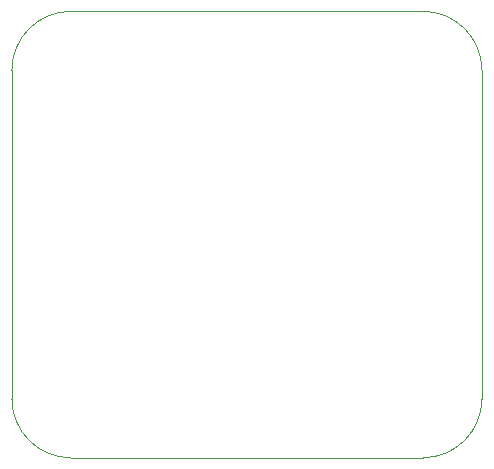
<source format=gm1>
G04*
G04 #@! TF.GenerationSoftware,Altium Limited,Altium Designer,22.7.1 (60)*
G04*
G04 Layer_Color=16711935*
%FSLAX44Y44*%
%MOMM*%
G71*
G04*
G04 #@! TF.SameCoordinates,399D53DA-D0CF-47AF-BF50-1C372DBEC2BB*
G04*
G04*
G04 #@! TF.FilePolarity,Positive*
G04*
G01*
G75*
%ADD87C,0.0127*%
D87*
X50064Y378064D02*
G03*
X63Y328064I0J-50000D01*
G01*
X398064D02*
G03*
X348064Y378064I-50000J0D01*
G01*
X63Y50064D02*
G03*
X50064Y63I50000J0D01*
G01*
X348064D02*
G03*
X398064Y50064I0J50000D01*
G01*
X70064Y378064D02*
X328064D01*
X50064D02*
X348064D01*
X398064Y50064D02*
Y328064D01*
X63D02*
X63Y50064D01*
X50064Y63D02*
X348064D01*
M02*

</source>
